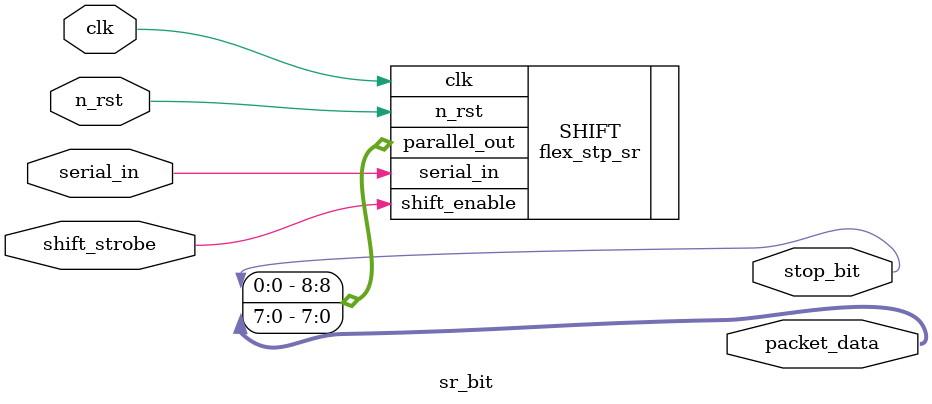
<source format=sv>

module sr_bit
(
	input clk, n_rst, shift_strobe, serial_in,
	output reg [7:0]packet_data, 
	output reg stop_bit
);

flex_stp_sr #(9, 0) SHIFT (.clk(clk),
			    .n_rst(n_rst),
			    .shift_enable(shift_strobe),
			    .serial_in(serial_in),
			    .parallel_out({stop_bit, packet_data}));
endmodule

</source>
